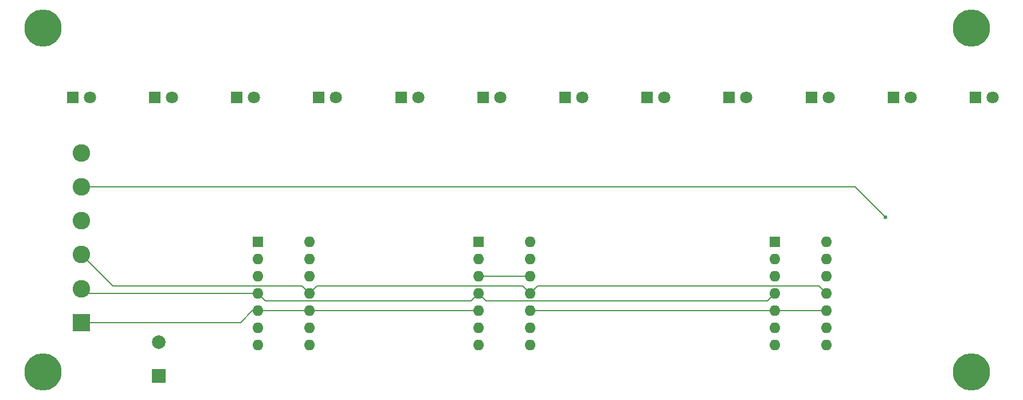
<source format=gbr>
%TF.GenerationSoftware,KiCad,Pcbnew,8.0.3*%
%TF.CreationDate,2024-08-15T08:53:42-06:00*%
%TF.ProjectId,SolarTelescope_LED_PCB,536f6c61-7254-4656-9c65-73636f70655f,2.0*%
%TF.SameCoordinates,Original*%
%TF.FileFunction,Copper,L2,Bot*%
%TF.FilePolarity,Positive*%
%FSLAX46Y46*%
G04 Gerber Fmt 4.6, Leading zero omitted, Abs format (unit mm)*
G04 Created by KiCad (PCBNEW 8.0.3) date 2024-08-15 08:53:42*
%MOMM*%
%LPD*%
G01*
G04 APERTURE LIST*
%TA.AperFunction,ComponentPad*%
%ADD10R,1.800000X1.800000*%
%TD*%
%TA.AperFunction,ComponentPad*%
%ADD11C,1.800000*%
%TD*%
%TA.AperFunction,ComponentPad*%
%ADD12C,5.500000*%
%TD*%
%TA.AperFunction,ComponentPad*%
%ADD13R,1.600000X1.600000*%
%TD*%
%TA.AperFunction,ComponentPad*%
%ADD14O,1.600000X1.600000*%
%TD*%
%TA.AperFunction,ComponentPad*%
%ADD15R,2.000000X2.000000*%
%TD*%
%TA.AperFunction,ComponentPad*%
%ADD16C,2.000000*%
%TD*%
%TA.AperFunction,ComponentPad*%
%ADD17R,2.600000X2.600000*%
%TD*%
%TA.AperFunction,ComponentPad*%
%ADD18C,2.600000*%
%TD*%
%TA.AperFunction,ViaPad*%
%ADD19C,0.600000*%
%TD*%
%TA.AperFunction,Conductor*%
%ADD20C,0.200000*%
%TD*%
G04 APERTURE END LIST*
D10*
%TO.P,D6,1,K*%
%TO.N,GND*%
X134858635Y-67410000D03*
D11*
%TO.P,D6,2,A*%
%TO.N,Net-(D6-A)*%
X137398635Y-67410000D03*
%TD*%
D10*
%TO.P,D12,1,K*%
%TO.N,GND*%
X207595000Y-67410000D03*
D11*
%TO.P,D12,2,A*%
%TO.N,Net-(D12-A)*%
X210135000Y-67410000D03*
%TD*%
D10*
%TO.P,D1,1,K*%
%TO.N,GND*%
X74245000Y-67410000D03*
D11*
%TO.P,D1,2,A*%
%TO.N,Net-(D1-A)*%
X76785000Y-67410000D03*
%TD*%
D12*
%TO.P,REF\u002A\u002A,1*%
%TO.N,N/C*%
X69850000Y-57150000D03*
%TD*%
%TO.P,REF\u002A\u002A,1*%
%TO.N,N/C*%
X207010000Y-57150000D03*
%TD*%
D13*
%TO.P,U1,1*%
%TO.N,Net-(R14-Pad1)*%
X101600000Y-88730000D03*
D14*
%TO.P,U1,2,-*%
%TO.N,Net-(U1A--)*%
X101600000Y-91270000D03*
%TO.P,U1,3,+*%
%TO.N,Vin*%
X101600000Y-93810000D03*
%TO.P,U1,4,V+*%
%TO.N,+Vcc*%
X101600000Y-96350000D03*
%TO.P,U1,5,+*%
%TO.N,Vin*%
X101600000Y-98890000D03*
%TO.P,U1,6,-*%
%TO.N,Net-(U1B--)*%
X101600000Y-101430000D03*
%TO.P,U1,7*%
%TO.N,Net-(R15-Pad1)*%
X101600000Y-103970000D03*
%TO.P,U1,8*%
%TO.N,Net-(R16-Pad1)*%
X109220000Y-103970000D03*
%TO.P,U1,9,-*%
%TO.N,Net-(U1C--)*%
X109220000Y-101430000D03*
%TO.P,U1,10,+*%
%TO.N,Vin*%
X109220000Y-98890000D03*
%TO.P,U1,11,V-*%
%TO.N,-Vcc*%
X109220000Y-96350000D03*
%TO.P,U1,12,+*%
%TO.N,Vin*%
X109220000Y-93810000D03*
%TO.P,U1,13,-*%
%TO.N,Net-(U1D--)*%
X109220000Y-91270000D03*
%TO.P,U1,14*%
%TO.N,Net-(R17-Pad1)*%
X109220000Y-88730000D03*
%TD*%
D10*
%TO.P,D2,1,K*%
%TO.N,GND*%
X86367727Y-67410000D03*
D11*
%TO.P,D2,2,A*%
%TO.N,Net-(D2-A)*%
X88907727Y-67410000D03*
%TD*%
D10*
%TO.P,D5,1,K*%
%TO.N,GND*%
X122735908Y-67410000D03*
D11*
%TO.P,D5,2,A*%
%TO.N,Net-(D5-A)*%
X125275908Y-67410000D03*
%TD*%
D13*
%TO.P,U2,1*%
%TO.N,Net-(R18-Pad1)*%
X134195000Y-88730000D03*
D14*
%TO.P,U2,2,-*%
%TO.N,Net-(U2A--)*%
X134195000Y-91270000D03*
%TO.P,U2,3,+*%
%TO.N,Vin*%
X134195000Y-93810000D03*
%TO.P,U2,4,V+*%
%TO.N,+Vcc*%
X134195000Y-96350000D03*
%TO.P,U2,5,+*%
%TO.N,Vin*%
X134195000Y-98890000D03*
%TO.P,U2,6,-*%
%TO.N,Net-(U2B--)*%
X134195000Y-101430000D03*
%TO.P,U2,7*%
%TO.N,Net-(R19-Pad1)*%
X134195000Y-103970000D03*
%TO.P,U2,8*%
%TO.N,Net-(R20-Pad1)*%
X141815000Y-103970000D03*
%TO.P,U2,9,-*%
%TO.N,Net-(U2C--)*%
X141815000Y-101430000D03*
%TO.P,U2,10,+*%
%TO.N,Vin*%
X141815000Y-98890000D03*
%TO.P,U2,11,V-*%
%TO.N,-Vcc*%
X141815000Y-96350000D03*
%TO.P,U2,12,+*%
%TO.N,Vin*%
X141815000Y-93810000D03*
%TO.P,U2,13,-*%
%TO.N,Net-(U2D--)*%
X141815000Y-91270000D03*
%TO.P,U2,14*%
%TO.N,Net-(R21-Pad1)*%
X141815000Y-88730000D03*
%TD*%
D10*
%TO.P,D10,1,K*%
%TO.N,GND*%
X183349543Y-67410000D03*
D11*
%TO.P,D10,2,A*%
%TO.N,Net-(D10-A)*%
X185889543Y-67410000D03*
%TD*%
D10*
%TO.P,D7,1,K*%
%TO.N,GND*%
X146981362Y-67410000D03*
D11*
%TO.P,D7,2,A*%
%TO.N,Net-(D7-A)*%
X149521362Y-67410000D03*
%TD*%
D13*
%TO.P,U3,1*%
%TO.N,Net-(R22-Pad1)*%
X177970000Y-88730000D03*
D14*
%TO.P,U3,2,-*%
%TO.N,Net-(U3A--)*%
X177970000Y-91270000D03*
%TO.P,U3,3,+*%
%TO.N,Vin*%
X177970000Y-93810000D03*
%TO.P,U3,4,V+*%
%TO.N,+Vcc*%
X177970000Y-96350000D03*
%TO.P,U3,5,+*%
%TO.N,Vin*%
X177970000Y-98890000D03*
%TO.P,U3,6,-*%
%TO.N,Net-(U3B--)*%
X177970000Y-101430000D03*
%TO.P,U3,7*%
%TO.N,Net-(R23-Pad1)*%
X177970000Y-103970000D03*
%TO.P,U3,8*%
%TO.N,Net-(R24-Pad1)*%
X185590000Y-103970000D03*
%TO.P,U3,9,-*%
%TO.N,Net-(U3C--)*%
X185590000Y-101430000D03*
%TO.P,U3,10,+*%
%TO.N,Vin*%
X185590000Y-98890000D03*
%TO.P,U3,11,V-*%
%TO.N,-Vcc*%
X185590000Y-96350000D03*
%TO.P,U3,12,+*%
%TO.N,Vin*%
X185590000Y-93810000D03*
%TO.P,U3,13,-*%
%TO.N,Net-(U3D--)*%
X185590000Y-91270000D03*
%TO.P,U3,14*%
%TO.N,Net-(R25-Pad1)*%
X185590000Y-88730000D03*
%TD*%
D12*
%TO.P,REF\u002A\u002A,1*%
%TO.N,N/C*%
X207010000Y-107950000D03*
%TD*%
D10*
%TO.P,D11,1,K*%
%TO.N,GND*%
X195472270Y-67410000D03*
D11*
%TO.P,D11,2,A*%
%TO.N,Net-(D11-A)*%
X198012270Y-67410000D03*
%TD*%
D12*
%TO.P,REF\u002A\u002A,1*%
%TO.N,N/C*%
X69850000Y-107950000D03*
%TD*%
D10*
%TO.P,D3,1,K*%
%TO.N,GND*%
X98490454Y-67410000D03*
D11*
%TO.P,D3,2,A*%
%TO.N,Net-(D3-A)*%
X101030454Y-67410000D03*
%TD*%
D10*
%TO.P,D4,1,K*%
%TO.N,GND*%
X110613181Y-67410000D03*
D11*
%TO.P,D4,2,A*%
%TO.N,Net-(D4-A)*%
X113153181Y-67410000D03*
%TD*%
D10*
%TO.P,D9,1,K*%
%TO.N,GND*%
X171226816Y-67410000D03*
D11*
%TO.P,D9,2,A*%
%TO.N,Net-(D9-A)*%
X173766816Y-67410000D03*
%TD*%
D10*
%TO.P,D8,1,K*%
%TO.N,GND*%
X159104089Y-67410000D03*
D11*
%TO.P,D8,2,A*%
%TO.N,Net-(D8-A)*%
X161644089Y-67410000D03*
%TD*%
D15*
%TO.P,C1,1*%
%TO.N,+Vcc*%
X86995000Y-108585000D03*
D16*
%TO.P,C1,2*%
%TO.N,-Vcc*%
X86995000Y-103585000D03*
%TD*%
D17*
%TO.P,J2,1,Pin_1*%
%TO.N,Vin*%
X75565000Y-100645000D03*
D18*
%TO.P,J2,2,Pin_2*%
%TO.N,+Vcc*%
X75565000Y-95645000D03*
%TO.P,J2,3,Pin_3*%
%TO.N,-Vcc*%
X75565000Y-90645000D03*
%TO.P,J2,4,Pin_4*%
%TO.N,Vtop*%
X75565000Y-85645000D03*
%TO.P,J2,5,Pin_5*%
%TO.N,Vbottom*%
X75565000Y-80645000D03*
%TO.P,J2,6,Pin_6*%
%TO.N,GND*%
X75565000Y-75645000D03*
%TD*%
D19*
%TO.N,Vbottom*%
X194310000Y-85090000D03*
%TD*%
D20*
%TO.N,Vin*%
X134195000Y-98890000D02*
X101600000Y-98890000D01*
X100795000Y-98890000D02*
X99040000Y-100645000D01*
X141815000Y-93810000D02*
X134195000Y-93810000D01*
X101600000Y-98890000D02*
X100795000Y-98890000D01*
X99040000Y-100645000D02*
X75565000Y-100645000D01*
X185590000Y-98890000D02*
X141815000Y-98890000D01*
%TO.N,-Vcc*%
X80170000Y-95250000D02*
X108120000Y-95250000D01*
X142915000Y-95250000D02*
X184490000Y-95250000D01*
X140715000Y-95250000D02*
X141815000Y-96350000D01*
X110320000Y-95250000D02*
X140715000Y-95250000D01*
X108120000Y-95250000D02*
X109220000Y-96350000D01*
X75565000Y-90645000D02*
X80170000Y-95250000D01*
X184490000Y-95250000D02*
X185590000Y-96350000D01*
X109220000Y-96350000D02*
X110320000Y-95250000D01*
X141815000Y-96350000D02*
X142915000Y-95250000D01*
%TO.N,+Vcc*%
X135295000Y-97450000D02*
X176870000Y-97450000D01*
X101600000Y-96350000D02*
X102700000Y-97450000D01*
X133095000Y-97450000D02*
X134195000Y-96350000D01*
X75565000Y-95645000D02*
X76270000Y-96350000D01*
X76270000Y-96350000D02*
X101600000Y-96350000D01*
X134195000Y-96350000D02*
X135295000Y-97450000D01*
X176870000Y-97450000D02*
X177970000Y-96350000D01*
X102700000Y-97450000D02*
X133095000Y-97450000D01*
%TO.N,Vbottom*%
X184785000Y-80645000D02*
X189865000Y-80645000D01*
X189865000Y-80645000D02*
X194310000Y-85090000D01*
X75565000Y-80645000D02*
X184785000Y-80645000D01*
%TD*%
M02*

</source>
